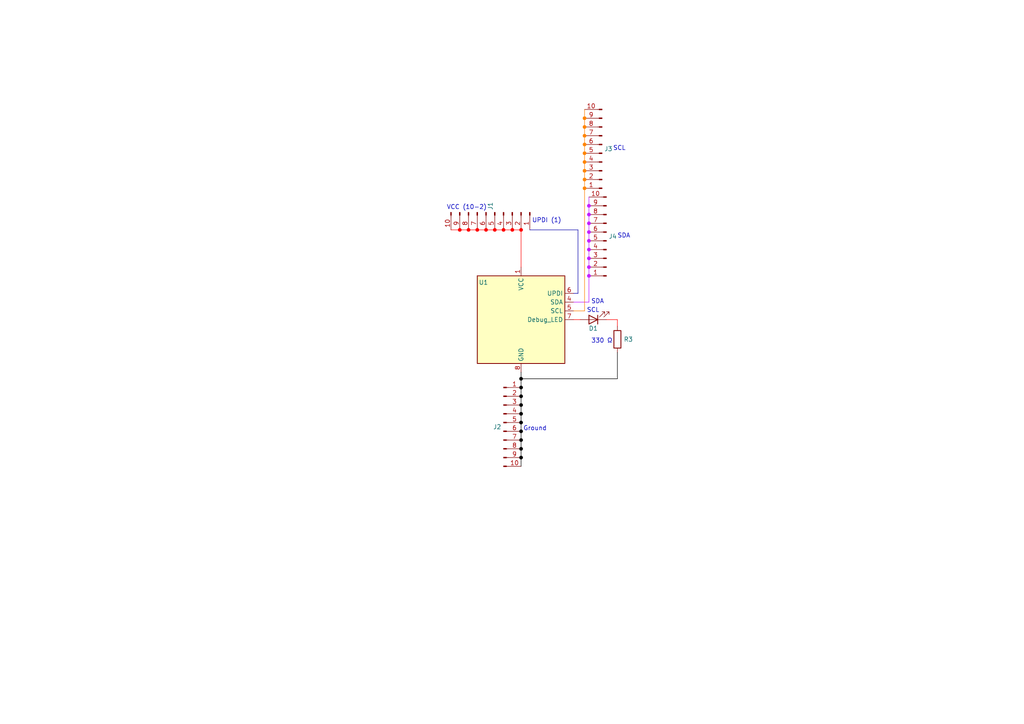
<source format=kicad_sch>
(kicad_sch (version 20211123) (generator eeschema)
  (paper "A4")
  (lib_symbols
    (symbol "Connector:Conn_01x10_Male" (pin_names (offset 1.016) hide)
      (property "Reference" "J" (at 0 12.7 0))
      (property "Value" "Conn_01x10_Male" (at 0 -15.24 0))
      (symbol "Conn_01x10_Male_1_1"
        (polyline (pts (xy 1.27 -12.7) (xy 0.8636 -12.7)) (stroke (width 0.1524)))
        (polyline (pts (xy 1.27 -10.16) (xy 0.8636 -10.16)) (stroke (width 0.1524)))
        (polyline (pts (xy 1.27 -7.62) (xy 0.8636 -7.62)) (stroke (width 0.1524)))
        (polyline (pts (xy 1.27 -5.08) (xy 0.8636 -5.08)) (stroke (width 0.1524)))
        (polyline (pts (xy 1.27 -2.54) (xy 0.8636 -2.54)) (stroke (width 0.1524)))
        (polyline (pts (xy 1.27 0) (xy 0.8636 0)) (stroke (width 0.1524)))
        (polyline (pts (xy 1.27 2.54) (xy 0.8636 2.54)) (stroke (width 0.1524)))
        (polyline (pts (xy 1.27 5.08) (xy 0.8636 5.08)) (stroke (width 0.1524)))
        (polyline (pts (xy 1.27 7.62) (xy 0.8636 7.62)) (stroke (width 0.1524)))
        (polyline (pts (xy 1.27 10.16) (xy 0.8636 10.16)) (stroke (width 0.1524)))
        (rectangle (start 0.8636 -12.573) (end 0 -12.827) (stroke (width 0.1524)) (fill (type outline)))
        (rectangle (start 0.8636 -10.033) (end 0 -10.287) (stroke (width 0.1524)) (fill (type outline)))
        (rectangle (start 0.8636 -7.493) (end 0 -7.747) (stroke (width 0.1524)) (fill (type outline)))
        (rectangle (start 0.8636 -4.953) (end 0 -5.207) (stroke (width 0.1524)) (fill (type outline)))
        (rectangle (start 0.8636 -2.413) (end 0 -2.667) (stroke (width 0.1524)) (fill (type outline)))
        (rectangle (start 0.8636 0.127) (end 0 -0.127) (stroke (width 0.1524)) (fill (type outline)))
        (rectangle (start 0.8636 2.667) (end 0 2.413) (stroke (width 0.1524)) (fill (type outline)))
        (rectangle (start 0.8636 5.207) (end 0 4.953) (stroke (width 0.1524)) (fill (type outline)))
        (rectangle (start 0.8636 7.747) (end 0 7.493) (stroke (width 0.1524)) (fill (type outline)))
        (rectangle (start 0.8636 10.287) (end 0 10.033) (stroke (width 0.1524)) (fill (type outline)))
        (pin passive line (at 5.08 10.16 180) (length 3.81) (name "Pin_1") (number "1"))
        (pin passive line (at 5.08 -12.7 180) (length 3.81) (name "Pin_10") (number "10"))
        (pin passive line (at 5.08 7.62 180) (length 3.81) (name "Pin_2") (number "2"))
        (pin passive line (at 5.08 5.08 180) (length 3.81) (name "Pin_3") (number "3"))
        (pin passive line (at 5.08 2.54 180) (length 3.81) (name "Pin_4") (number "4"))
        (pin passive line (at 5.08 0 180) (length 3.81) (name "Pin_5") (number "5"))
        (pin passive line (at 5.08 -2.54 180) (length 3.81) (name "Pin_6") (number "6"))
        (pin passive line (at 5.08 -5.08 180) (length 3.81) (name "Pin_7") (number "7"))
        (pin passive line (at 5.08 -7.62 180) (length 3.81) (name "Pin_8") (number "8"))
        (pin passive line (at 5.08 -10.16 180) (length 3.81) (name "Pin_9") (number "9"))
      )
    )
    (symbol "Device:LED" (pin_numbers hide) (pin_names (offset 1.016) hide)
      (property "Reference" "D" (at 0 2.54 0))
      (property "Value" "LED" (at 0 -2.54 0))
      (symbol "LED_0_1"
        (polyline (pts (xy -1.27 -1.27) (xy -1.27 1.27)) (stroke (width 0.254)))
        (polyline (pts (xy -1.27 0) (xy 1.27 0)))
        (polyline (pts (xy 1.27 -1.27) (xy 1.27 1.27) (xy -1.27 0) (xy 1.27 -1.27)) (stroke (width 0.254)))
        (polyline (pts (xy -3.048 -0.762) (xy -4.572 -2.286) (xy -3.81 -2.286) (xy -4.572 -2.286) (xy -4.572 -1.524)))
        (polyline (pts (xy -1.778 -0.762) (xy -3.302 -2.286) (xy -2.54 -2.286) (xy -3.302 -2.286) (xy -3.302 -1.524)))
      )
      (symbol "LED_1_1"
        (pin passive line (at -3.81 0 0) (length 2.54) (name "K") (number "1"))
        (pin passive line (at 3.81 0 180) (length 2.54) (name "A") (number "2"))
      )
    )
    (symbol "Device:R" (pin_numbers hide) (pin_names (offset 0))
      (property "Reference" "R" (at 2.032 0 90))
      (property "Value" "R" (at 0 0 90))
      (symbol "R_0_1"
        (rectangle (start -1.016 -2.54) (end 1.016 2.54) (stroke (width 0.254)))
      )
      (symbol "R_1_1"
        (pin passive line (at 0 3.81 270) (length 1.27) (name "~") (number "1"))
        (pin passive line (at 0 -3.81 90) (length 1.27) (name "~") (number "2"))
      )
    )
    (symbol "MCU_Microchip_ATtiny:ATtiny412-SS"
      (property "Reference" "U1" (at -9.525 10.795 0))
      (symbol "ATtiny412-SS_0_1"
        (rectangle (start -12.7 -12.7) (end 12.7 12.7) (stroke (width 0.254)) (fill (type background)))
      )
      (symbol "ATtiny412-SS_1_1"
        (pin power_in line (at 0 15.24 270) (length 2.54) (name "VCC") (number "1"))
        (pin no_connect line (at 15.24 -2.54 180) (length 2.54) hide (name "PA6") (number "2"))
        (pin no_connect line (at 15.24 -5.08 180) (length 2.54) hide (name "PA7") (number "3"))
        (pin bidirectional line (at 15.24 5.08 180) (length 2.54) (name "SDA") (number "4"))
        (pin bidirectional line (at 15.24 2.54 180) (length 2.54) (name "SCL") (number "5"))
        (pin input line (at 15.24 7.62 180) (length 2.54) (name "UPDI") (number "6"))
        (pin output line (at 15.24 0 180) (length 2.54) (name "Debug_LED") (number "7"))
        (pin power_in line (at 0 -15.24 90) (length 2.54) (name "GND") (number "8"))
      )
    )
  )
  (junction (at 170.815 80.01) (color 189 20 255 1))
  (junction (at 151.13 117.475) (color 0 0 0 1))
  (junction (at 133.35 66.675) (color 255 0 0 1))
  (junction (at 151.13 130.175) (color 0 0 0 1))
  (junction (at 170.815 59.69) (color 189 20 255 1))
  (junction (at 169.545 52.07) (color 255 126 0 1))
  (junction (at 151.13 132.715) (color 0 0 0 1))
  (junction (at 138.43 66.675) (color 255 0 0 1))
  (junction (at 135.89 66.675) (color 255 0 0 1))
  (junction (at 169.545 46.99) (color 255 126 0 1))
  (junction (at 151.13 127.635) (color 0 0 0 1))
  (junction (at 148.59 66.675) (color 255 0 0 1))
  (junction (at 169.545 49.53) (color 255 126 0 1))
  (junction (at 151.13 125.095) (color 0 0 0 1))
  (junction (at 151.13 122.555) (color 0 0 0 1))
  (junction (at 169.545 54.61) (color 255 126 0 1))
  (junction (at 151.13 112.395) (color 0 0 0 1))
  (junction (at 170.815 77.47) (color 189 20 255 1))
  (junction (at 140.97 66.675) (color 255 0 0 1))
  (junction (at 151.13 120.015) (color 0 0 0 1))
  (junction (at 170.815 72.39) (color 189 20 255 1))
  (junction (at 143.51 66.675) (color 255 0 0 1))
  (junction (at 151.13 109.855) (color 0 0 0 1))
  (junction (at 170.815 64.77) (color 189 20 255 1))
  (junction (at 169.545 36.83) (color 255 126 0 1))
  (junction (at 170.815 74.93) (color 189 20 255 1))
  (junction (at 151.13 114.935) (color 0 0 0 1))
  (junction (at 169.545 44.45) (color 255 126 0 1))
  (junction (at 146.05 66.675) (color 255 0 0 1))
  (junction (at 170.815 62.23) (color 189 20 255 1))
  (junction (at 169.545 39.37) (color 255 126 0 1))
  (junction (at 170.815 67.31) (color 189 20 255 1))
  (junction (at 170.815 69.85) (color 189 20 255 1))
  (junction (at 151.13 66.675) (color 255 0 0 1))
  (junction (at 169.545 34.29) (color 255 126 0 1))
  (junction (at 169.545 41.91) (color 255 126 0 1))
  (wire (pts (xy 170.815 62.23) (xy 170.815 64.77)) (stroke (width 0) (color 189 20 255 1)))
  (wire (pts (xy 138.43 66.675) (xy 140.97 66.675)) (stroke (width 0) (color 253 0 0 1)))
  (wire (pts (xy 169.545 49.53) (xy 169.545 52.07)) (stroke (width 0) (color 255 126 0 1)))
  (wire (pts (xy 151.13 132.715) (xy 151.13 135.255)) (stroke (width 0) (color 0 0 0 1)))
  (wire (pts (xy 169.545 44.45) (xy 169.545 46.99)) (stroke (width 0) (color 255 126 0 1)))
  (wire (pts (xy 169.545 54.61) (xy 169.545 90.17)) (stroke (width 0) (color 255 126 0 1)))
  (wire (pts (xy 179.07 102.235) (xy 179.07 109.855)) (stroke (width 0) (color 0 0 0 1)))
  (wire (pts (xy 167.64 85.09) (xy 167.64 66.675)) (stroke (width 0) (color 3 0 170 1)))
  (wire (pts (xy 133.35 66.675) (xy 135.89 66.675)) (stroke (width 0) (color 253 0 0 1)))
  (wire (pts (xy 166.37 92.71) (xy 168.275 92.71)) (stroke (width 0) (color 255 0 0 1)))
  (wire (pts (xy 169.545 39.37) (xy 169.545 41.91)) (stroke (width 0) (color 255 126 0 1)))
  (wire (pts (xy 146.05 66.675) (xy 148.59 66.675)) (stroke (width 0) (color 253 0 0 1)))
  (wire (pts (xy 151.13 114.935) (xy 151.13 117.475)) (stroke (width 0) (color 0 0 0 1)))
  (wire (pts (xy 169.545 46.99) (xy 169.545 49.53)) (stroke (width 0) (color 255 126 0 1)))
  (wire (pts (xy 151.13 109.855) (xy 151.13 112.395)) (stroke (width 0) (color 0 0 0 1)))
  (wire (pts (xy 179.07 109.855) (xy 151.13 109.855)) (stroke (width 0) (color 0 0 0 1)))
  (wire (pts (xy 179.07 92.71) (xy 179.07 94.615)) (stroke (width 0) (color 255 0 0 1)))
  (wire (pts (xy 175.895 92.71) (xy 179.07 92.71)) (stroke (width 0) (color 255 0 0 1)))
  (wire (pts (xy 170.815 74.93) (xy 170.815 77.47)) (stroke (width 0) (color 189 20 255 1)))
  (wire (pts (xy 143.51 66.675) (xy 146.05 66.675)) (stroke (width 0) (color 253 0 0 1)))
  (wire (pts (xy 151.13 120.015) (xy 151.13 122.555)) (stroke (width 0) (color 0 0 0 1)))
  (wire (pts (xy 140.97 66.675) (xy 143.51 66.675)) (stroke (width 0) (color 253 0 0 1)))
  (wire (pts (xy 170.815 69.85) (xy 170.815 72.39)) (stroke (width 0) (color 189 20 255 1)))
  (wire (pts (xy 170.815 72.39) (xy 170.815 74.93)) (stroke (width 0) (color 189 20 255 1)))
  (wire (pts (xy 169.545 36.83) (xy 169.545 39.37)) (stroke (width 0) (color 255 126 0 1)))
  (wire (pts (xy 170.815 64.77) (xy 170.815 67.31)) (stroke (width 0) (color 189 20 255 1)))
  (wire (pts (xy 166.37 87.63) (xy 170.815 87.63)) (stroke (width 0) (color 189 20 255 1)))
  (wire (pts (xy 135.89 66.675) (xy 138.43 66.675)) (stroke (width 0) (color 253 0 0 1)))
  (wire (pts (xy 153.67 66.675) (xy 167.64 66.675)) (stroke (width 0) (color 3 0 170 1)))
  (wire (pts (xy 170.815 80.01) (xy 170.815 87.63)) (stroke (width 0) (color 189 20 255 1)))
  (wire (pts (xy 170.815 57.15) (xy 170.815 59.69)) (stroke (width 0) (color 189 20 255 1)))
  (wire (pts (xy 169.545 31.75) (xy 169.545 34.29)) (stroke (width 0) (color 255 126 0 1)))
  (wire (pts (xy 151.13 107.95) (xy 151.13 109.855)) (stroke (width 0) (color 0 0 0 1)))
  (wire (pts (xy 148.59 66.675) (xy 151.13 66.675)) (stroke (width 0) (color 253 0 0 1)))
  (wire (pts (xy 169.545 34.29) (xy 169.545 36.83)) (stroke (width 0) (color 255 126 0 1)))
  (wire (pts (xy 151.13 117.475) (xy 151.13 120.015)) (stroke (width 0) (color 0 0 0 1)))
  (wire (pts (xy 151.13 122.555) (xy 151.13 125.095)) (stroke (width 0) (color 0 0 0 1)))
  (wire (pts (xy 170.815 67.31) (xy 170.815 69.85)) (stroke (width 0) (color 189 20 255 1)))
  (wire (pts (xy 130.81 66.675) (xy 133.35 66.675)) (stroke (width 0) (color 253 0 0 1)))
  (wire (pts (xy 169.545 41.91) (xy 169.545 44.45)) (stroke (width 0) (color 255 126 0 1)))
  (wire (pts (xy 151.13 125.095) (xy 151.13 127.635)) (stroke (width 0) (color 0 0 0 1)))
  (wire (pts (xy 151.13 130.175) (xy 151.13 132.715)) (stroke (width 0) (color 0 0 0 1)))
  (wire (pts (xy 151.13 127.635) (xy 151.13 130.175)) (stroke (width 0) (color 0 0 0 1)))
  (wire (pts (xy 170.815 77.47) (xy 170.815 80.01)) (stroke (width 0) (color 189 20 255 1)))
  (wire (pts (xy 169.545 52.07) (xy 169.545 54.61)) (stroke (width 0) (color 255 126 0 1)))
  (wire (pts (xy 151.13 112.395) (xy 151.13 114.935)) (stroke (width 0) (color 0 0 0 1)))
  (wire (pts (xy 151.13 66.675) (xy 151.13 77.47)) (stroke (width 0) (color 255 0 0 1)))
  (wire (pts (xy 166.37 90.17) (xy 169.545 90.17)) (stroke (width 0) (color 255 126 0 1)))
  (wire (pts (xy 166.37 85.09) (xy 167.64 85.09)) (stroke (width 0) (color 3 0 170 1)))
  (wire (pts (xy 170.815 59.69) (xy 170.815 62.23)) (stroke (width 0) (color 189 20 255 1)))
  (text "SCL" (at 177.8 43.8151 0) (effects (font (size 1.27 1.27)) (justify left bottom)))
  (text "VCC (10-2)" (at 129.54 60.96 0) (effects (font (size 1.27 1.27)) (justify left bottom)))
  (text "SDA" (at 171.45 88.265 0) (effects (font (size 1.27 1.27)) (justify left bottom)))
  (text "SCL" (at 170.18 90.805 0) (effects (font (size 1.27 1.27)) (justify left bottom)))
  (text "UPDI (1)" (at 154.305 64.77 0) (effects (font (size 1.27 1.27)) (justify left bottom)))
  (text "Ground" (at 151.765 125.095 0) (effects (font (size 1.27 1.27)) (justify left bottom)))
  (text "SDA" (at 179.07 69.215 0) (effects (font (size 1.27 1.27)) (justify left bottom)))
  (text "330 Ω" (at 171.45 99.695 0) (effects (font (size 1.27 1.27)) (justify left bottom)))
  (symbol (lib_id "Device:LED") (at 172.085 92.71 180) (unit 1)
    (property "Reference" "D1" (at 172.085 95.25 0))
    (property "Value" "LED" (effects hide))
    (property "Footprint" "fab:LED_1206" (effects hide))
  )
  (symbol (lib_id "Connector:Conn_01x10_Male") (at 175.895 69.85 180) (unit 1)
    (property "Reference" "J4" (at 176.53 68.58 0) (effects (justify right)))
    (property "Value" "Conn_01x10_Male" (effects hide))
    (property "Footprint" "fab:PinHeader_1x10_P2.54mm_Horizontal_SMD" (effects hide))
  )
  (symbol (lib_id "Connector:Conn_01x10_Male") (at 143.51 61.595 270) (unit 1)
    (property "Reference" "J1" (at 142.24 60.96 0) (effects (justify right)))
    (property "Value" "Conn_01x10_Male" (effects hide))
    (property "Footprint" "fab:PinHeader_1x10_P2.54mm_Horizontal_SMD" (effects hide))
  )
  (symbol (lib_id "Device:R") (at 179.07 98.425 0) (unit 1)
    (property "Reference" "R3" (at 182.245 98.425 0))
    (property "Value" "R" (effects hide))
    (property "Footprint" "fab:R_1206" (effects hide))
  )
  (symbol (lib_id "Connector:Conn_01x10_Male") (at 146.05 122.555 0) (unit 1)
    (property "Reference" "J2" (at 145.415 123.825 0) (effects (justify right)))
    (property "Value" "Conn_01x10_Male" (effects hide))
    (property "Footprint" "fab:PinHeader_1x10_P2.54mm_Horizontal_SMD" (effects hide))
  )
  (symbol (lib_id "Connector:Conn_01x10_Male") (at 174.625 44.45 180) (unit 1)
    (property "Reference" "J3" (at 175.26 43.18 0) (effects (justify right)))
    (property "Value" "Conn_01x10_Male" (effects hide))
    (property "Footprint" "fab:PinHeader_1x10_P2.54mm_Horizontal_SMD" (effects hide))
  )
  (symbol (lib_id "MCU_Microchip_ATtiny:ATtiny412-SS") (at 151.13 92.71 0) (unit 1)
    (property "Reference" "U1" (at 141.605 81.915 0) (effects (justify right)))
    (property "Value" "ATtiny412-SS" (effects hide))
    (property "Footprint" "Package_SO:SOIC-8_3.9x4.9mm_P1.27mm" (effects hide))
    (property "Datasheet" "http://ww1.microchip.com/downloads/en/DeviceDoc/40001911A.pdf" (effects hide))
  )
)
</source>
